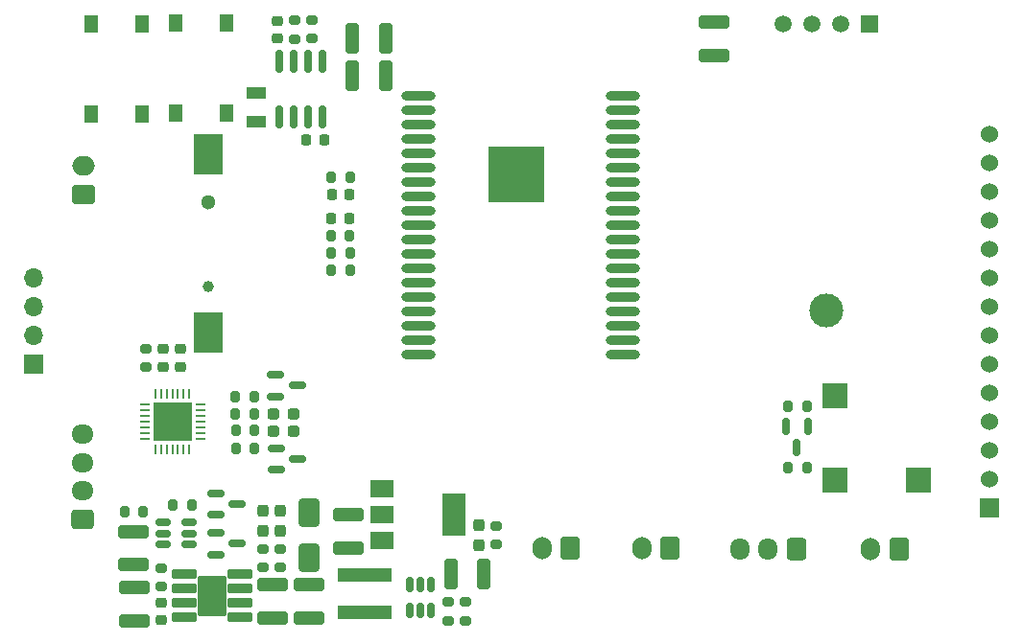
<source format=gbr>
G04 #@! TF.GenerationSoftware,KiCad,Pcbnew,8.0.0-8.0.0-1~ubuntu22.04.1*
G04 #@! TF.CreationDate,2024-03-02T20:24:19+07:00*
G04 #@! TF.ProjectId,kh-gift-hw,6b682d67-6966-4742-9d68-772e6b696361,rev?*
G04 #@! TF.SameCoordinates,Original*
G04 #@! TF.FileFunction,Soldermask,Top*
G04 #@! TF.FilePolarity,Negative*
%FSLAX46Y46*%
G04 Gerber Fmt 4.6, Leading zero omitted, Abs format (unit mm)*
G04 Created by KiCad (PCBNEW 8.0.0-8.0.0-1~ubuntu22.04.1) date 2024-03-02 20:24:19*
%MOMM*%
%LPD*%
G01*
G04 APERTURE LIST*
G04 Aperture macros list*
%AMRoundRect*
0 Rectangle with rounded corners*
0 $1 Rounding radius*
0 $2 $3 $4 $5 $6 $7 $8 $9 X,Y pos of 4 corners*
0 Add a 4 corners polygon primitive as box body*
4,1,4,$2,$3,$4,$5,$6,$7,$8,$9,$2,$3,0*
0 Add four circle primitives for the rounded corners*
1,1,$1+$1,$2,$3*
1,1,$1+$1,$4,$5*
1,1,$1+$1,$6,$7*
1,1,$1+$1,$8,$9*
0 Add four rect primitives between the rounded corners*
20,1,$1+$1,$2,$3,$4,$5,0*
20,1,$1+$1,$4,$5,$6,$7,0*
20,1,$1+$1,$6,$7,$8,$9,0*
20,1,$1+$1,$8,$9,$2,$3,0*%
G04 Aperture macros list end*
%ADD10RoundRect,0.150000X0.150000X-0.825000X0.150000X0.825000X-0.150000X0.825000X-0.150000X-0.825000X0*%
%ADD11RoundRect,0.062500X-0.062500X0.337500X-0.062500X-0.337500X0.062500X-0.337500X0.062500X0.337500X0*%
%ADD12RoundRect,0.062500X-0.337500X0.062500X-0.337500X-0.062500X0.337500X-0.062500X0.337500X0.062500X0*%
%ADD13R,3.350000X3.350000*%
%ADD14RoundRect,0.200000X-0.200000X-0.275000X0.200000X-0.275000X0.200000X0.275000X-0.200000X0.275000X0*%
%ADD15RoundRect,0.150000X-0.587500X-0.150000X0.587500X-0.150000X0.587500X0.150000X-0.587500X0.150000X0*%
%ADD16RoundRect,0.250000X0.600000X0.750000X-0.600000X0.750000X-0.600000X-0.750000X0.600000X-0.750000X0*%
%ADD17O,1.700000X2.000000*%
%ADD18RoundRect,0.150000X-0.150000X0.512500X-0.150000X-0.512500X0.150000X-0.512500X0.150000X0.512500X0*%
%ADD19RoundRect,0.225000X0.250000X-0.225000X0.250000X0.225000X-0.250000X0.225000X-0.250000X-0.225000X0*%
%ADD20RoundRect,0.200000X0.275000X-0.200000X0.275000X0.200000X-0.275000X0.200000X-0.275000X-0.200000X0*%
%ADD21RoundRect,0.250000X-0.650000X1.000000X-0.650000X-1.000000X0.650000X-1.000000X0.650000X1.000000X0*%
%ADD22RoundRect,0.200000X-0.275000X0.200000X-0.275000X-0.200000X0.275000X-0.200000X0.275000X0.200000X0*%
%ADD23R,1.300000X1.550000*%
%ADD24RoundRect,0.225000X0.225000X0.250000X-0.225000X0.250000X-0.225000X-0.250000X0.225000X-0.250000X0*%
%ADD25RoundRect,0.237500X0.237500X-0.287500X0.237500X0.287500X-0.237500X0.287500X-0.237500X-0.287500X0*%
%ADD26RoundRect,0.200000X0.200000X0.275000X-0.200000X0.275000X-0.200000X-0.275000X0.200000X-0.275000X0*%
%ADD27RoundRect,0.250000X1.100000X-0.325000X1.100000X0.325000X-1.100000X0.325000X-1.100000X-0.325000X0*%
%ADD28C,1.000000*%
%ADD29C,1.300000*%
%ADD30R,2.600000X3.540000*%
%ADD31R,2.600000X3.660000*%
%ADD32R,2.000000X1.500000*%
%ADD33R,2.000000X3.800000*%
%ADD34RoundRect,0.250000X0.325000X1.100000X-0.325000X1.100000X-0.325000X-1.100000X0.325000X-1.100000X0*%
%ADD35RoundRect,0.250000X-1.100000X0.325000X-1.100000X-0.325000X1.100000X-0.325000X1.100000X0.325000X0*%
%ADD36R,1.700000X1.700000*%
%ADD37C,1.524000*%
%ADD38O,1.700000X1.700000*%
%ADD39RoundRect,0.250000X0.750000X-0.600000X0.750000X0.600000X-0.750000X0.600000X-0.750000X-0.600000X0*%
%ADD40O,2.000000X1.700000*%
%ADD41RoundRect,0.056280X-1.030720X-0.345720X1.030720X-0.345720X1.030720X0.345720X-1.030720X0.345720X0*%
%ADD42RoundRect,0.102000X-1.206500X-1.651000X1.206500X-1.651000X1.206500X1.651000X-1.206500X1.651000X0*%
%ADD43RoundRect,0.237500X0.287500X0.237500X-0.287500X0.237500X-0.287500X-0.237500X0.287500X-0.237500X0*%
%ADD44O,3.000000X0.900000*%
%ADD45C,0.800000*%
%ADD46R,5.000000X5.000000*%
%ADD47C,3.000000*%
%ADD48R,1.500000X1.500000*%
%ADD49C,1.500000*%
%ADD50RoundRect,0.250000X0.600000X0.725000X-0.600000X0.725000X-0.600000X-0.725000X0.600000X-0.725000X0*%
%ADD51O,1.700000X1.950000*%
%ADD52RoundRect,0.150000X-0.150000X0.587500X-0.150000X-0.587500X0.150000X-0.587500X0.150000X0.587500X0*%
%ADD53RoundRect,0.250000X-0.325000X-1.100000X0.325000X-1.100000X0.325000X1.100000X-0.325000X1.100000X0*%
%ADD54R,2.195000X2.195000*%
%ADD55RoundRect,0.225000X-0.225000X-0.250000X0.225000X-0.250000X0.225000X0.250000X-0.225000X0.250000X0*%
%ADD56RoundRect,0.250000X0.725000X-0.600000X0.725000X0.600000X-0.725000X0.600000X-0.725000X-0.600000X0*%
%ADD57O,1.950000X1.700000*%
%ADD58R,1.800000X1.000000*%
%ADD59R,4.700000X1.180000*%
%ADD60RoundRect,0.150000X0.512500X0.150000X-0.512500X0.150000X-0.512500X-0.150000X0.512500X-0.150000X0*%
%ADD61RoundRect,0.237500X-0.237500X0.287500X-0.237500X-0.287500X0.237500X-0.287500X0.237500X0.287500X0*%
G04 APERTURE END LIST*
D10*
X57142000Y-101972500D03*
X58412000Y-101972500D03*
X59682000Y-101972500D03*
X60952000Y-101972500D03*
X60952000Y-97022500D03*
X59682000Y-97022500D03*
X58412000Y-97022500D03*
X57142000Y-97022500D03*
D11*
X49171200Y-126446700D03*
X48671200Y-126446700D03*
X48171200Y-126446700D03*
X47671200Y-126446700D03*
X47171200Y-126446700D03*
X46671200Y-126446700D03*
X46171200Y-126446700D03*
D12*
X45221200Y-127396700D03*
X45221200Y-127896700D03*
X45221200Y-128396700D03*
X45221200Y-128896700D03*
X45221200Y-129396700D03*
X45221200Y-129896700D03*
X45221200Y-130396700D03*
D11*
X46171200Y-131346700D03*
X46671200Y-131346700D03*
X47171200Y-131346700D03*
X47671200Y-131346700D03*
X48171200Y-131346700D03*
X48671200Y-131346700D03*
X49171200Y-131346700D03*
D12*
X50121200Y-130396700D03*
X50121200Y-129896700D03*
X50121200Y-129396700D03*
X50121200Y-128896700D03*
X50121200Y-128396700D03*
X50121200Y-127896700D03*
X50121200Y-127396700D03*
D13*
X47671200Y-128896700D03*
D14*
X53261200Y-129676700D03*
X54911200Y-129676700D03*
D15*
X51542000Y-135222500D03*
X51542000Y-137122500D03*
X53417000Y-136172500D03*
D16*
X111767000Y-140125000D03*
D17*
X109267000Y-140125000D03*
D18*
X70492000Y-143310000D03*
X69542000Y-143310000D03*
X68592000Y-143310000D03*
X68592000Y-145585000D03*
X69542000Y-145585000D03*
X70492000Y-145585000D03*
D15*
X56807000Y-124752700D03*
X56807000Y-126652700D03*
X58682000Y-125702700D03*
D19*
X46871200Y-124041700D03*
X46871200Y-122491700D03*
D14*
X53236200Y-126666700D03*
X54886200Y-126666700D03*
D20*
X73567000Y-146472500D03*
X73567000Y-144822500D03*
D21*
X59717000Y-136897500D03*
X59717000Y-140897500D03*
D14*
X53286200Y-131226700D03*
X54936200Y-131226700D03*
D22*
X57192000Y-140147500D03*
X57192000Y-141797500D03*
X59947000Y-93397500D03*
X59947000Y-95047500D03*
D23*
X44987000Y-93732500D03*
X44987000Y-101682500D03*
X40487000Y-93732500D03*
X40487000Y-101682500D03*
D19*
X46677000Y-146412500D03*
X46677000Y-144862500D03*
D22*
X58422000Y-93422500D03*
X58422000Y-95072500D03*
D24*
X63299800Y-108833900D03*
X61749800Y-108833900D03*
D25*
X55651800Y-138547500D03*
X55651800Y-136797500D03*
D26*
X45123000Y-136869500D03*
X43473000Y-136869500D03*
D27*
X56542000Y-146272500D03*
X56542000Y-143322500D03*
D24*
X63267000Y-110977500D03*
X61717000Y-110977500D03*
D28*
X50797000Y-116987500D03*
D29*
X50797000Y-109487500D03*
D30*
X50797000Y-105257500D03*
D31*
X50797000Y-121057500D03*
D32*
X66192000Y-134822500D03*
X66192000Y-137122500D03*
D33*
X72492000Y-137122500D03*
D32*
X66192000Y-139422500D03*
D34*
X66474000Y-98312300D03*
X63524000Y-98312300D03*
D27*
X44312000Y-146522500D03*
X44312000Y-143572500D03*
D14*
X61684800Y-107303900D03*
X63334800Y-107303900D03*
D15*
X56809500Y-131262700D03*
X56809500Y-133162700D03*
X58684500Y-132212700D03*
D35*
X44242000Y-138597500D03*
X44242000Y-141547500D03*
D22*
X45321200Y-122446700D03*
X45321200Y-124096700D03*
D36*
X119787000Y-136527500D03*
D37*
X119787000Y-133987500D03*
X119787000Y-131447500D03*
X119787000Y-128907500D03*
X119787000Y-126367500D03*
X119787000Y-123827500D03*
X119787000Y-121287500D03*
X119787000Y-118747500D03*
X119787000Y-116207500D03*
X119787000Y-113667500D03*
X119787000Y-111127500D03*
X119787000Y-108587500D03*
X119787000Y-106047500D03*
X119787000Y-103507500D03*
D36*
X35467000Y-123797500D03*
D38*
X35467000Y-121257500D03*
X35467000Y-118717500D03*
X35467000Y-116177500D03*
D39*
X39869500Y-108787500D03*
D40*
X39869500Y-106287500D03*
D26*
X103644000Y-127510500D03*
X101994000Y-127510500D03*
D16*
X91592000Y-140087500D03*
D17*
X89092000Y-140087500D03*
D41*
X48717000Y-142387500D03*
X48717000Y-143657500D03*
X48717000Y-144927500D03*
X48717000Y-146197500D03*
X53667000Y-146197500D03*
X53667000Y-144927500D03*
X53667000Y-143657500D03*
X53667000Y-142387500D03*
D42*
X51192000Y-144292500D03*
D19*
X48371200Y-124041700D03*
X48371200Y-122491700D03*
D15*
X51542000Y-138722500D03*
X51542000Y-140622500D03*
X53417000Y-139672500D03*
D43*
X58364500Y-129722700D03*
X56614500Y-129722700D03*
D19*
X56897000Y-95022500D03*
X56897000Y-93472500D03*
D22*
X72042000Y-144822500D03*
X72042000Y-146472500D03*
D14*
X47717000Y-136249500D03*
X49367000Y-136249500D03*
D44*
X69392000Y-100097500D03*
X69392000Y-101367500D03*
X69392000Y-102637500D03*
X69392000Y-103907500D03*
X69392000Y-105177500D03*
X69392000Y-106447500D03*
X69392000Y-107717500D03*
X69392000Y-108987500D03*
X69392000Y-110257500D03*
X69392000Y-111527500D03*
X69392000Y-112797500D03*
X69392000Y-114067500D03*
X69392000Y-115337500D03*
X69392000Y-116607500D03*
X69392000Y-117907500D03*
X69392000Y-119177500D03*
X69392000Y-120447500D03*
X69392000Y-121717500D03*
X69392000Y-122987500D03*
X87392000Y-122987500D03*
X87392000Y-121717500D03*
X87392000Y-120447500D03*
X87392000Y-119177500D03*
X87392000Y-117907500D03*
X87422000Y-116607500D03*
X87422000Y-115337500D03*
X87422000Y-114067500D03*
X87422000Y-112797500D03*
X87422000Y-111527500D03*
X87422000Y-110257500D03*
X87422000Y-108987500D03*
X87422000Y-107717500D03*
X87422000Y-106447500D03*
X87422000Y-105177500D03*
X87422000Y-103907500D03*
X87422000Y-102637500D03*
X87422000Y-101367500D03*
X87422000Y-100097500D03*
D45*
X75992000Y-105007500D03*
X75992000Y-106007500D03*
X75992000Y-107007500D03*
X75992000Y-108007500D03*
X75992000Y-109007500D03*
X76992000Y-105007500D03*
X76992000Y-106007500D03*
X76992000Y-107007500D03*
X76992000Y-108007500D03*
X76992000Y-109007500D03*
D46*
X77982000Y-107027500D03*
D45*
X77992000Y-105007500D03*
X77992000Y-106007500D03*
X77992000Y-107007500D03*
X77992000Y-108007500D03*
X77992000Y-109007500D03*
X78992000Y-105007500D03*
X78992000Y-106007500D03*
X78992000Y-107007500D03*
X78992000Y-108007500D03*
X78992000Y-109007500D03*
X79992000Y-105007500D03*
X79992000Y-106007500D03*
X79992000Y-107007500D03*
X79992000Y-108007500D03*
X79992000Y-109007500D03*
D47*
X105385000Y-119048800D03*
D48*
X109195000Y-93748800D03*
D49*
X106655000Y-93748800D03*
X104115000Y-93748800D03*
X101575000Y-93748800D03*
D50*
X102737000Y-140115000D03*
D51*
X100237000Y-140115000D03*
X97737000Y-140115000D03*
D14*
X101994000Y-132970500D03*
X103644000Y-132970500D03*
D25*
X57175800Y-138547500D03*
X57175800Y-136797500D03*
D34*
X66474000Y-95010300D03*
X63524000Y-95010300D03*
D23*
X52467000Y-93712500D03*
X52467000Y-101662500D03*
X47967000Y-93712500D03*
X47967000Y-101662500D03*
D27*
X63217000Y-140097500D03*
X63217000Y-137147500D03*
D22*
X76227000Y-138112500D03*
X76227000Y-139762500D03*
D27*
X95479000Y-96536100D03*
X95479000Y-93586100D03*
D14*
X61684800Y-114009500D03*
X63334800Y-114009500D03*
D22*
X55667000Y-140147500D03*
X55667000Y-141797500D03*
D52*
X103714000Y-129295500D03*
X101814000Y-129295500D03*
X102764000Y-131170500D03*
D53*
X72217000Y-142397500D03*
X75167000Y-142397500D03*
D54*
X106124000Y-126630500D03*
X106124000Y-134030500D03*
X113524000Y-134030500D03*
D27*
X59767000Y-146272500D03*
X59767000Y-143322500D03*
D55*
X59499600Y-104001900D03*
X61049600Y-104001900D03*
D22*
X46677000Y-141832500D03*
X46677000Y-143482500D03*
D14*
X61672000Y-112487500D03*
X63322000Y-112487500D03*
D43*
X58367000Y-128182700D03*
X56617000Y-128182700D03*
D56*
X39779500Y-137517500D03*
D57*
X39779500Y-135017500D03*
X39779500Y-132517500D03*
X39779500Y-130017500D03*
D26*
X63334800Y-115533500D03*
X61684800Y-115533500D03*
D58*
X55065000Y-102387500D03*
X55065000Y-99887500D03*
D14*
X53241200Y-128176700D03*
X54891200Y-128176700D03*
D16*
X82767000Y-140087500D03*
D17*
X80267000Y-140087500D03*
D59*
X64667000Y-145757500D03*
X64667000Y-142447500D03*
D60*
X49142000Y-139724500D03*
X49142000Y-138774500D03*
X49142000Y-137824500D03*
X46867000Y-137824500D03*
X46867000Y-138774500D03*
X46867000Y-139724500D03*
D61*
X74677000Y-138057500D03*
X74677000Y-139807500D03*
M02*

</source>
